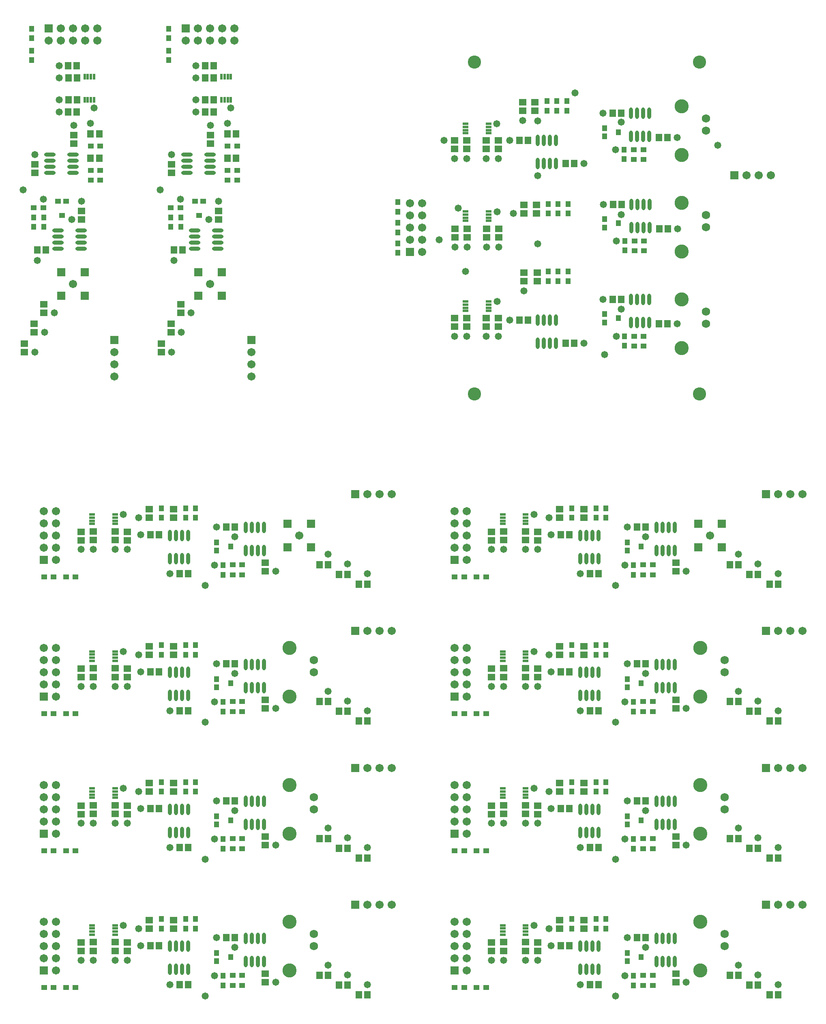
<source format=gts>
%FSLAX25Y25*%
%MOIN*%
G70*
G01*
G75*
G04 Layer_Color=8388736*
%ADD10R,0.03543X0.04331*%
%ADD11R,0.04331X0.03543*%
%ADD12R,0.03543X0.03937*%
%ADD13R,0.04724X0.05512*%
%ADD14R,0.04016X0.01614*%
%ADD15R,0.05512X0.04724*%
%ADD16R,0.05512X0.04921*%
%ADD17R,0.04921X0.05512*%
%ADD18O,0.02362X0.08661*%
%ADD19C,0.01000*%
%ADD20O,0.08661X0.02362*%
%ADD21R,0.05512X0.04921*%
%ADD22R,0.05512X0.04724*%
%ADD23R,0.01614X0.04016*%
%ADD24R,0.03937X0.03543*%
%ADD25R,0.04331X0.03543*%
%ADD26C,0.05906*%
%ADD27R,0.05906X0.05906*%
%ADD28R,0.05906X0.05906*%
%ADD29C,0.06000*%
%ADD30C,0.05000*%
%ADD31C,0.10787*%
%ADD32R,0.05906X0.05906*%
%ADD33C,0.10000*%
%ADD34R,0.04724X0.04724*%
%ADD35R,0.04724X0.04724*%
%ADD36C,0.00787*%
%ADD37C,0.00984*%
%ADD38C,0.02362*%
%ADD39C,0.00800*%
%ADD40C,0.01500*%
%ADD41C,0.02000*%
%ADD42R,0.04343X0.05131*%
%ADD43R,0.05131X0.04343*%
%ADD44R,0.04343X0.04737*%
%ADD45R,0.05524X0.06312*%
%ADD46R,0.04816X0.02414*%
%ADD47R,0.06312X0.05524*%
%ADD48R,0.06312X0.05721*%
%ADD49R,0.05721X0.06312*%
%ADD50O,0.03162X0.09461*%
%ADD51O,0.09461X0.03162*%
%ADD52R,0.06312X0.05721*%
%ADD53R,0.06312X0.05524*%
%ADD54R,0.02414X0.04816*%
%ADD55R,0.04737X0.04343*%
%ADD56R,0.05131X0.04343*%
%ADD57C,0.06706*%
%ADD58R,0.06706X0.06706*%
%ADD59R,0.06706X0.06706*%
%ADD60C,0.06800*%
%ADD61C,0.05800*%
%ADD62C,0.11587*%
%ADD63R,0.06706X0.06706*%
%ADD64C,0.10800*%
D42*
X150500Y64500D02*
D03*
Y72374D02*
D03*
X142500Y64500D02*
D03*
Y72374D02*
D03*
X179500Y41000D02*
D03*
X122500Y72374D02*
D03*
Y64500D02*
D03*
X173126Y25606D02*
D03*
Y17732D02*
D03*
X16000Y778000D02*
D03*
Y785874D02*
D03*
Y796000D02*
D03*
Y803874D02*
D03*
X26000Y641000D02*
D03*
Y648874D02*
D03*
X17606Y641000D02*
D03*
Y648874D02*
D03*
X128500Y778000D02*
D03*
Y785874D02*
D03*
Y796000D02*
D03*
Y803874D02*
D03*
X138500Y641000D02*
D03*
Y648874D02*
D03*
X130106Y641000D02*
D03*
Y648874D02*
D03*
X173126Y355232D02*
D03*
Y363106D02*
D03*
X122500Y402000D02*
D03*
Y409874D02*
D03*
X179500Y378500D02*
D03*
X142500Y409874D02*
D03*
Y402000D02*
D03*
X150500Y409874D02*
D03*
Y402000D02*
D03*
X510626Y355232D02*
D03*
Y363106D02*
D03*
X460000Y402000D02*
D03*
Y409874D02*
D03*
X517000Y378500D02*
D03*
X480000Y409874D02*
D03*
Y402000D02*
D03*
X488000Y409874D02*
D03*
Y402000D02*
D03*
Y64500D02*
D03*
Y72374D02*
D03*
X480000Y64500D02*
D03*
Y72374D02*
D03*
X517000Y41000D02*
D03*
X460000Y72374D02*
D03*
Y64500D02*
D03*
X510626Y25606D02*
D03*
Y17732D02*
D03*
X488000Y177000D02*
D03*
Y184874D02*
D03*
X480000Y177000D02*
D03*
Y184874D02*
D03*
X517000Y153500D02*
D03*
X460000Y184874D02*
D03*
Y177000D02*
D03*
X510626Y138106D02*
D03*
Y130232D02*
D03*
X488000Y289500D02*
D03*
Y297374D02*
D03*
X480000Y289500D02*
D03*
Y297374D02*
D03*
X517000Y266000D02*
D03*
X460000Y297374D02*
D03*
Y289500D02*
D03*
X510626Y250606D02*
D03*
Y242732D02*
D03*
X150500Y177000D02*
D03*
Y184874D02*
D03*
X142500Y177000D02*
D03*
Y184874D02*
D03*
X179500Y153500D02*
D03*
X122500Y184874D02*
D03*
Y177000D02*
D03*
X173126Y138106D02*
D03*
Y130232D02*
D03*
X150500Y289500D02*
D03*
Y297374D02*
D03*
X142500Y289500D02*
D03*
Y297374D02*
D03*
X179500Y266000D02*
D03*
X122500Y297374D02*
D03*
Y289500D02*
D03*
X173126Y250606D02*
D03*
Y242732D02*
D03*
X317000Y619626D02*
D03*
Y627500D02*
D03*
Y661374D02*
D03*
Y653500D02*
D03*
Y636563D02*
D03*
Y644437D02*
D03*
X503000Y696626D02*
D03*
Y704500D02*
D03*
X503500Y621626D02*
D03*
Y629500D02*
D03*
X503200Y543326D02*
D03*
Y551200D02*
D03*
X439500Y736549D02*
D03*
Y744423D02*
D03*
X440500Y652000D02*
D03*
Y659874D02*
D03*
Y596549D02*
D03*
Y604423D02*
D03*
X447750Y744423D02*
D03*
Y736549D02*
D03*
X456000Y744423D02*
D03*
Y736549D02*
D03*
X448750Y659874D02*
D03*
Y652000D02*
D03*
X457000Y659874D02*
D03*
Y652000D02*
D03*
X448750Y604423D02*
D03*
Y596549D02*
D03*
X457000Y604423D02*
D03*
Y596549D02*
D03*
X498300Y718800D02*
D03*
Y643900D02*
D03*
Y565900D02*
D03*
D43*
X181126Y17606D02*
D03*
X189000D02*
D03*
X181126Y26000D02*
D03*
X189000D02*
D03*
X26126Y16000D02*
D03*
X34000D02*
D03*
X44126D02*
D03*
X52000D02*
D03*
X17732Y656874D02*
D03*
X25606D02*
D03*
X64500Y707500D02*
D03*
X72374D02*
D03*
X41000Y650500D02*
D03*
X130232Y656874D02*
D03*
X138106D02*
D03*
X177000Y707500D02*
D03*
X184874D02*
D03*
X153500Y650500D02*
D03*
X52000Y353500D02*
D03*
X44126D02*
D03*
X34000D02*
D03*
X26126D02*
D03*
X189000Y363500D02*
D03*
X181126D02*
D03*
X189000Y355106D02*
D03*
X181126D02*
D03*
X389500Y353500D02*
D03*
X381626D02*
D03*
X371500D02*
D03*
X363626D02*
D03*
X526500Y363500D02*
D03*
X518626D02*
D03*
X526500Y355106D02*
D03*
X518626D02*
D03*
Y17606D02*
D03*
X526500D02*
D03*
X518626Y26000D02*
D03*
X526500D02*
D03*
X363626Y16000D02*
D03*
X371500D02*
D03*
X381626D02*
D03*
X389500D02*
D03*
X518626Y130106D02*
D03*
X526500D02*
D03*
X518626Y138500D02*
D03*
X526500D02*
D03*
X363626Y128500D02*
D03*
X371500D02*
D03*
X381626D02*
D03*
X389500D02*
D03*
X518626Y242606D02*
D03*
X526500D02*
D03*
X518626Y251000D02*
D03*
X526500D02*
D03*
X363626Y241000D02*
D03*
X371500D02*
D03*
X381626D02*
D03*
X389500D02*
D03*
X181126Y130106D02*
D03*
X189000D02*
D03*
X181126Y138500D02*
D03*
X189000D02*
D03*
X26126Y128500D02*
D03*
X34000D02*
D03*
X44126D02*
D03*
X52000D02*
D03*
X181126Y242606D02*
D03*
X189000D02*
D03*
X181126Y251000D02*
D03*
X189000D02*
D03*
X26126Y241000D02*
D03*
X34000D02*
D03*
X44126D02*
D03*
X52000D02*
D03*
X518874Y704500D02*
D03*
X511000D02*
D03*
X518874Y696500D02*
D03*
X511000D02*
D03*
X519374Y629500D02*
D03*
X511500D02*
D03*
X519374Y621500D02*
D03*
X511500D02*
D03*
X519074Y551200D02*
D03*
X511200D02*
D03*
X519074Y543200D02*
D03*
X511200D02*
D03*
D44*
X168083Y44346D02*
D03*
Y37653D02*
D03*
Y375153D02*
D03*
Y381846D02*
D03*
X505583Y375153D02*
D03*
Y381846D02*
D03*
Y44346D02*
D03*
Y37653D02*
D03*
Y156846D02*
D03*
Y150154D02*
D03*
Y269346D02*
D03*
Y262653D02*
D03*
X168083Y156846D02*
D03*
Y150154D02*
D03*
Y269346D02*
D03*
Y262653D02*
D03*
X486883Y715453D02*
D03*
Y722147D02*
D03*
Y640554D02*
D03*
Y647247D02*
D03*
Y562554D02*
D03*
Y569246D02*
D03*
D45*
X144543Y18500D02*
D03*
X137457D02*
D03*
X120543Y50500D02*
D03*
X113457D02*
D03*
X183043Y57000D02*
D03*
X175957D02*
D03*
X71495Y717500D02*
D03*
X64408D02*
D03*
X53240Y763500D02*
D03*
X46154D02*
D03*
X53240Y745500D02*
D03*
X46154D02*
D03*
X20457Y622000D02*
D03*
X27543D02*
D03*
X71495Y697500D02*
D03*
X64408D02*
D03*
X183994Y717500D02*
D03*
X176908D02*
D03*
X165740Y763500D02*
D03*
X158653D02*
D03*
X165740Y745500D02*
D03*
X158653D02*
D03*
X132957Y622000D02*
D03*
X140043D02*
D03*
X183994Y697500D02*
D03*
X176908D02*
D03*
X175957Y394500D02*
D03*
X183043D02*
D03*
X113457Y388000D02*
D03*
X120543D02*
D03*
X137457Y356000D02*
D03*
X144543D02*
D03*
X513457Y394500D02*
D03*
X520543D02*
D03*
X450957Y388000D02*
D03*
X458043D02*
D03*
X474957Y356000D02*
D03*
X482043D02*
D03*
Y18500D02*
D03*
X474957D02*
D03*
X458043Y50500D02*
D03*
X450957D02*
D03*
X520543Y57000D02*
D03*
X513457D02*
D03*
X482043Y131000D02*
D03*
X474957D02*
D03*
X458043Y163000D02*
D03*
X450957D02*
D03*
X520543Y169500D02*
D03*
X513457D02*
D03*
X482043Y243500D02*
D03*
X474957D02*
D03*
X458043Y275500D02*
D03*
X450957D02*
D03*
X520543Y282000D02*
D03*
X513457D02*
D03*
X144543Y131000D02*
D03*
X137457D02*
D03*
X120543Y163000D02*
D03*
X113457D02*
D03*
X183043Y169500D02*
D03*
X175957D02*
D03*
X144543Y243500D02*
D03*
X137457D02*
D03*
X120543Y275500D02*
D03*
X113457D02*
D03*
X183043Y282000D02*
D03*
X175957D02*
D03*
X500543Y734500D02*
D03*
X493457D02*
D03*
X531457Y714500D02*
D03*
X538543D02*
D03*
X501043Y659500D02*
D03*
X493957D02*
D03*
X531957Y639500D02*
D03*
X539043D02*
D03*
X500543Y581400D02*
D03*
X493457D02*
D03*
X531457Y561500D02*
D03*
X538543D02*
D03*
X424043Y711900D02*
D03*
X416957D02*
D03*
X454957Y693100D02*
D03*
X462043D02*
D03*
X424043Y564400D02*
D03*
X416957D02*
D03*
X454957Y545400D02*
D03*
X462043D02*
D03*
D46*
X84500Y59500D02*
D03*
Y62059D02*
D03*
Y64618D02*
D03*
Y67177D02*
D03*
X65602Y59500D02*
D03*
Y62059D02*
D03*
Y64618D02*
D03*
Y67177D02*
D03*
Y404677D02*
D03*
Y402118D02*
D03*
Y399559D02*
D03*
Y397000D02*
D03*
X84500Y404677D02*
D03*
Y402118D02*
D03*
Y399559D02*
D03*
Y397000D02*
D03*
X403102Y404677D02*
D03*
Y402118D02*
D03*
Y399559D02*
D03*
Y397000D02*
D03*
X422000Y404677D02*
D03*
Y402118D02*
D03*
Y399559D02*
D03*
Y397000D02*
D03*
Y59500D02*
D03*
Y62059D02*
D03*
Y64618D02*
D03*
Y67177D02*
D03*
X403102Y59500D02*
D03*
Y62059D02*
D03*
Y64618D02*
D03*
Y67177D02*
D03*
X422000Y172000D02*
D03*
Y174559D02*
D03*
Y177118D02*
D03*
Y179677D02*
D03*
X403102Y172000D02*
D03*
Y174559D02*
D03*
Y177118D02*
D03*
Y179677D02*
D03*
X422000Y284500D02*
D03*
Y287059D02*
D03*
Y289618D02*
D03*
Y292177D02*
D03*
X403102Y284500D02*
D03*
Y287059D02*
D03*
Y289618D02*
D03*
Y292177D02*
D03*
X84500Y172000D02*
D03*
Y174559D02*
D03*
Y177118D02*
D03*
Y179677D02*
D03*
X65602Y172000D02*
D03*
Y174559D02*
D03*
Y177118D02*
D03*
Y179677D02*
D03*
X84500Y284500D02*
D03*
Y287059D02*
D03*
Y289618D02*
D03*
Y292177D02*
D03*
X65602Y284500D02*
D03*
Y287059D02*
D03*
Y289618D02*
D03*
Y292177D02*
D03*
X391500Y718000D02*
D03*
Y720559D02*
D03*
Y723118D02*
D03*
Y725677D02*
D03*
X372602Y718000D02*
D03*
Y720559D02*
D03*
Y723118D02*
D03*
Y725677D02*
D03*
X391500Y646000D02*
D03*
Y648559D02*
D03*
Y651118D02*
D03*
Y653677D02*
D03*
X372602Y646000D02*
D03*
Y648559D02*
D03*
Y651118D02*
D03*
Y653677D02*
D03*
X391500Y572000D02*
D03*
Y574559D02*
D03*
Y577118D02*
D03*
Y579677D02*
D03*
X372602Y572000D02*
D03*
Y574559D02*
D03*
Y577118D02*
D03*
Y579677D02*
D03*
D47*
X132500Y64408D02*
D03*
Y71495D02*
D03*
X208000Y27543D02*
D03*
Y20457D02*
D03*
X84500Y46154D02*
D03*
Y53240D02*
D03*
X66500Y46154D02*
D03*
Y53240D02*
D03*
X112500Y64408D02*
D03*
Y71495D02*
D03*
Y408994D02*
D03*
Y401908D02*
D03*
X66500Y390740D02*
D03*
Y383653D02*
D03*
X84500Y390740D02*
D03*
Y383653D02*
D03*
X208000Y357957D02*
D03*
Y365043D02*
D03*
X132500Y408994D02*
D03*
Y401908D02*
D03*
X450000Y408994D02*
D03*
Y401908D02*
D03*
X404000Y390740D02*
D03*
Y383653D02*
D03*
X422000Y390740D02*
D03*
Y383653D02*
D03*
X545500Y357957D02*
D03*
Y365043D02*
D03*
X470000Y408994D02*
D03*
Y401908D02*
D03*
Y64408D02*
D03*
Y71495D02*
D03*
X545500Y27543D02*
D03*
Y20457D02*
D03*
X422000Y46154D02*
D03*
Y53240D02*
D03*
X404000Y46154D02*
D03*
Y53240D02*
D03*
X450000Y64408D02*
D03*
Y71495D02*
D03*
X470000Y176908D02*
D03*
Y183994D02*
D03*
X545500Y140043D02*
D03*
Y132957D02*
D03*
X422000Y158653D02*
D03*
Y165740D02*
D03*
X404000Y158653D02*
D03*
Y165740D02*
D03*
X450000Y176908D02*
D03*
Y183994D02*
D03*
X470000Y289408D02*
D03*
Y296495D02*
D03*
X545500Y252543D02*
D03*
Y245457D02*
D03*
X422000Y271153D02*
D03*
Y278240D02*
D03*
X404000Y271153D02*
D03*
Y278240D02*
D03*
X450000Y289408D02*
D03*
Y296495D02*
D03*
X132500Y176908D02*
D03*
Y183994D02*
D03*
X208000Y140043D02*
D03*
Y132957D02*
D03*
X84500Y158653D02*
D03*
Y165740D02*
D03*
X66500Y158653D02*
D03*
Y165740D02*
D03*
X112500Y176908D02*
D03*
Y183994D02*
D03*
X132500Y289408D02*
D03*
Y296495D02*
D03*
X208000Y252543D02*
D03*
Y245457D02*
D03*
X84500Y271153D02*
D03*
Y278240D02*
D03*
X66500Y271153D02*
D03*
Y278240D02*
D03*
X112500Y289408D02*
D03*
Y296495D02*
D03*
X389500Y704957D02*
D03*
Y712043D02*
D03*
X373500Y704957D02*
D03*
Y712043D02*
D03*
X390000Y632457D02*
D03*
Y639543D02*
D03*
X374000Y632457D02*
D03*
Y639543D02*
D03*
X389500Y558957D02*
D03*
Y566043D02*
D03*
X429500Y736457D02*
D03*
Y743543D02*
D03*
X373500Y558957D02*
D03*
Y566043D02*
D03*
X431000Y651908D02*
D03*
Y658994D02*
D03*
X431500Y596457D02*
D03*
Y603543D02*
D03*
X419500Y736457D02*
D03*
Y743543D02*
D03*
X420500Y651908D02*
D03*
Y658994D02*
D03*
Y596457D02*
D03*
Y603543D02*
D03*
D48*
X94500Y52945D02*
D03*
Y46055D02*
D03*
X56500Y52945D02*
D03*
Y46055D02*
D03*
Y383555D02*
D03*
Y390445D02*
D03*
X94500Y383555D02*
D03*
Y390445D02*
D03*
X394000Y383555D02*
D03*
Y390445D02*
D03*
X432000Y383555D02*
D03*
Y390445D02*
D03*
Y52945D02*
D03*
Y46055D02*
D03*
X394000Y52945D02*
D03*
Y46055D02*
D03*
X432000Y165445D02*
D03*
Y158555D02*
D03*
X394000Y165445D02*
D03*
Y158555D02*
D03*
X432000Y277945D02*
D03*
Y271055D02*
D03*
X394000Y277945D02*
D03*
Y271055D02*
D03*
X94500Y165445D02*
D03*
Y158555D02*
D03*
X56500Y165445D02*
D03*
Y158555D02*
D03*
X94500Y277945D02*
D03*
Y271055D02*
D03*
X56500Y277945D02*
D03*
Y271055D02*
D03*
X399500Y711945D02*
D03*
Y705055D02*
D03*
X363500Y711945D02*
D03*
Y705055D02*
D03*
X400000Y639445D02*
D03*
Y632555D02*
D03*
X364000Y639445D02*
D03*
Y632555D02*
D03*
X399500Y565945D02*
D03*
Y559055D02*
D03*
X363500Y565945D02*
D03*
Y559055D02*
D03*
D49*
X252555Y26000D02*
D03*
X259445D02*
D03*
X268555Y18000D02*
D03*
X275445D02*
D03*
X285055Y10000D02*
D03*
X291945D02*
D03*
X46055Y773500D02*
D03*
X52945D02*
D03*
X46055Y735500D02*
D03*
X52945D02*
D03*
X158555Y773500D02*
D03*
X165445D02*
D03*
X158555Y735500D02*
D03*
X165445D02*
D03*
X291945Y347500D02*
D03*
X285055D02*
D03*
X275445Y355500D02*
D03*
X268555D02*
D03*
X259445Y363500D02*
D03*
X252555D02*
D03*
X629445Y347500D02*
D03*
X622555D02*
D03*
X612945Y355500D02*
D03*
X606055D02*
D03*
X596945Y363500D02*
D03*
X590055D02*
D03*
Y26000D02*
D03*
X596945D02*
D03*
X606055Y18000D02*
D03*
X612945D02*
D03*
X622555Y10000D02*
D03*
X629445D02*
D03*
X590055Y138500D02*
D03*
X596945D02*
D03*
X606055Y130500D02*
D03*
X612945D02*
D03*
X622555Y122500D02*
D03*
X629445D02*
D03*
X590055Y251000D02*
D03*
X596945D02*
D03*
X606055Y243000D02*
D03*
X612945D02*
D03*
X622555Y235000D02*
D03*
X629445D02*
D03*
X252555Y138500D02*
D03*
X259445D02*
D03*
X268555Y130500D02*
D03*
X275445D02*
D03*
X285055Y122500D02*
D03*
X291945D02*
D03*
X252555Y251000D02*
D03*
X259445D02*
D03*
X268555Y243000D02*
D03*
X275445D02*
D03*
X285055Y235000D02*
D03*
X291945D02*
D03*
D50*
X207000Y56449D02*
D03*
X202000D02*
D03*
X197000D02*
D03*
X192000D02*
D03*
X207000Y37551D02*
D03*
X202000D02*
D03*
X197000D02*
D03*
X192000D02*
D03*
X144500Y49949D02*
D03*
X139500D02*
D03*
X134500D02*
D03*
X129500D02*
D03*
X144500Y31051D02*
D03*
X139500D02*
D03*
X134500D02*
D03*
X129500D02*
D03*
Y368551D02*
D03*
X134500D02*
D03*
X139500D02*
D03*
X144500D02*
D03*
X129500Y387449D02*
D03*
X134500D02*
D03*
X139500D02*
D03*
X144500D02*
D03*
X192000Y375051D02*
D03*
X197000D02*
D03*
X202000D02*
D03*
X207000D02*
D03*
X192000Y393949D02*
D03*
X197000D02*
D03*
X202000D02*
D03*
X207000D02*
D03*
X467000Y368551D02*
D03*
X472000D02*
D03*
X477000D02*
D03*
X482000D02*
D03*
X467000Y387449D02*
D03*
X472000D02*
D03*
X477000D02*
D03*
X482000D02*
D03*
X529500Y375051D02*
D03*
X534500D02*
D03*
X539500D02*
D03*
X544500D02*
D03*
X529500Y393949D02*
D03*
X534500D02*
D03*
X539500D02*
D03*
X544500D02*
D03*
Y56449D02*
D03*
X539500D02*
D03*
X534500D02*
D03*
X529500D02*
D03*
X544500Y37551D02*
D03*
X539500D02*
D03*
X534500D02*
D03*
X529500D02*
D03*
X482000Y49949D02*
D03*
X477000D02*
D03*
X472000D02*
D03*
X467000D02*
D03*
X482000Y31051D02*
D03*
X477000D02*
D03*
X472000D02*
D03*
X467000D02*
D03*
X544500Y168949D02*
D03*
X539500D02*
D03*
X534500D02*
D03*
X529500D02*
D03*
X544500Y150051D02*
D03*
X539500D02*
D03*
X534500D02*
D03*
X529500D02*
D03*
X482000Y162449D02*
D03*
X477000D02*
D03*
X472000D02*
D03*
X467000D02*
D03*
X482000Y143551D02*
D03*
X477000D02*
D03*
X472000D02*
D03*
X467000D02*
D03*
X544500Y281449D02*
D03*
X539500D02*
D03*
X534500D02*
D03*
X529500D02*
D03*
X544500Y262551D02*
D03*
X539500D02*
D03*
X534500D02*
D03*
X529500D02*
D03*
X482000Y274949D02*
D03*
X477000D02*
D03*
X472000D02*
D03*
X467000D02*
D03*
X482000Y256051D02*
D03*
X477000D02*
D03*
X472000D02*
D03*
X467000D02*
D03*
X207000Y168949D02*
D03*
X202000D02*
D03*
X197000D02*
D03*
X192000D02*
D03*
X207000Y150051D02*
D03*
X202000D02*
D03*
X197000D02*
D03*
X192000D02*
D03*
X144500Y162449D02*
D03*
X139500D02*
D03*
X134500D02*
D03*
X129500D02*
D03*
X144500Y143551D02*
D03*
X139500D02*
D03*
X134500D02*
D03*
X129500D02*
D03*
X207000Y281449D02*
D03*
X202000D02*
D03*
X197000D02*
D03*
X192000D02*
D03*
X207000Y262551D02*
D03*
X202000D02*
D03*
X197000D02*
D03*
X192000D02*
D03*
X144500Y274949D02*
D03*
X139500D02*
D03*
X134500D02*
D03*
X129500D02*
D03*
X144500Y256051D02*
D03*
X139500D02*
D03*
X134500D02*
D03*
X129500D02*
D03*
X523500Y734449D02*
D03*
X518500D02*
D03*
X513500D02*
D03*
X508500D02*
D03*
X523500Y715551D02*
D03*
X518500D02*
D03*
X513500D02*
D03*
X508500D02*
D03*
X524000Y659449D02*
D03*
X519000D02*
D03*
X514000D02*
D03*
X509000D02*
D03*
X524000Y640551D02*
D03*
X519000D02*
D03*
X514000D02*
D03*
X509000D02*
D03*
X523500Y581449D02*
D03*
X518500D02*
D03*
X513500D02*
D03*
X508500D02*
D03*
X523500Y562551D02*
D03*
X518500D02*
D03*
X513500D02*
D03*
X508500D02*
D03*
X447000Y711949D02*
D03*
X442000D02*
D03*
X437000D02*
D03*
X432000D02*
D03*
X447000Y693051D02*
D03*
X442000D02*
D03*
X437000D02*
D03*
X432000D02*
D03*
X447000Y564449D02*
D03*
X442000D02*
D03*
X437000D02*
D03*
X432000D02*
D03*
X447000Y545551D02*
D03*
X442000D02*
D03*
X437000D02*
D03*
X432000D02*
D03*
D51*
X31051Y700500D02*
D03*
Y695500D02*
D03*
Y690500D02*
D03*
Y685500D02*
D03*
X49949Y700500D02*
D03*
Y695500D02*
D03*
Y690500D02*
D03*
Y685500D02*
D03*
X37551Y638000D02*
D03*
Y633000D02*
D03*
Y628000D02*
D03*
Y623000D02*
D03*
X56449Y638000D02*
D03*
Y633000D02*
D03*
Y628000D02*
D03*
Y623000D02*
D03*
X143551Y700500D02*
D03*
Y695500D02*
D03*
Y690500D02*
D03*
Y685500D02*
D03*
X162449Y700500D02*
D03*
Y695500D02*
D03*
Y690500D02*
D03*
Y685500D02*
D03*
X150051Y638000D02*
D03*
Y633000D02*
D03*
Y628000D02*
D03*
Y623000D02*
D03*
X168949Y638000D02*
D03*
Y633000D02*
D03*
Y628000D02*
D03*
Y623000D02*
D03*
D52*
X10000Y538055D02*
D03*
Y544945D02*
D03*
X18000Y554555D02*
D03*
Y561445D02*
D03*
X26000Y570555D02*
D03*
Y577445D02*
D03*
X122500Y538055D02*
D03*
Y544945D02*
D03*
X130500Y554555D02*
D03*
Y561445D02*
D03*
X138500Y570555D02*
D03*
Y577445D02*
D03*
D53*
X57000Y654043D02*
D03*
Y646957D02*
D03*
X50500Y716543D02*
D03*
Y709457D02*
D03*
X18500Y692543D02*
D03*
Y685457D02*
D03*
X169500Y654043D02*
D03*
Y646957D02*
D03*
X163000Y716543D02*
D03*
Y709457D02*
D03*
X131000Y692543D02*
D03*
Y685457D02*
D03*
D54*
X67177Y764398D02*
D03*
X64618D02*
D03*
X62059D02*
D03*
X59500D02*
D03*
X67177Y745500D02*
D03*
X64618D02*
D03*
X62059D02*
D03*
X59500D02*
D03*
X179677Y764398D02*
D03*
X177118D02*
D03*
X174559D02*
D03*
X172000D02*
D03*
X179677Y745500D02*
D03*
X177118D02*
D03*
X174559D02*
D03*
X172000D02*
D03*
D55*
X37653Y661917D02*
D03*
X44346D02*
D03*
X150154D02*
D03*
X156846D02*
D03*
D56*
X72374Y687500D02*
D03*
X64500D02*
D03*
X72374Y679500D02*
D03*
X64500D02*
D03*
X184874Y687500D02*
D03*
X177000D02*
D03*
X184874Y679500D02*
D03*
X177000D02*
D03*
D57*
X312000Y84000D02*
D03*
X302000D02*
D03*
X292000D02*
D03*
X36000Y70000D02*
D03*
X26000D02*
D03*
X36000Y60000D02*
D03*
X26000D02*
D03*
X36000Y50000D02*
D03*
X26000D02*
D03*
X36000Y40000D02*
D03*
X26000D02*
D03*
X36000Y30000D02*
D03*
X30000Y794000D02*
D03*
X40000Y804000D02*
D03*
Y794000D02*
D03*
X50000Y804000D02*
D03*
Y794000D02*
D03*
X60000Y804000D02*
D03*
Y794000D02*
D03*
X70000Y804000D02*
D03*
Y794000D02*
D03*
X84000Y538000D02*
D03*
Y528000D02*
D03*
Y518000D02*
D03*
X50000Y594000D02*
D03*
X142500Y794000D02*
D03*
X152500Y804000D02*
D03*
Y794000D02*
D03*
X162500Y804000D02*
D03*
Y794000D02*
D03*
X172500Y804000D02*
D03*
Y794000D02*
D03*
X182500Y804000D02*
D03*
Y794000D02*
D03*
X196500Y538000D02*
D03*
Y528000D02*
D03*
Y518000D02*
D03*
X162500Y594000D02*
D03*
X36000Y367500D02*
D03*
X26000Y377500D02*
D03*
X36000D02*
D03*
X26000Y387500D02*
D03*
X36000D02*
D03*
X26000Y397500D02*
D03*
X36000D02*
D03*
X26000Y407500D02*
D03*
X36000D02*
D03*
X292000Y421500D02*
D03*
X302000D02*
D03*
X312000D02*
D03*
X236000Y387500D02*
D03*
X373500Y367500D02*
D03*
X363500Y377500D02*
D03*
X373500D02*
D03*
X363500Y387500D02*
D03*
X373500D02*
D03*
X363500Y397500D02*
D03*
X373500D02*
D03*
X363500Y407500D02*
D03*
X373500D02*
D03*
X629500Y421500D02*
D03*
X639500D02*
D03*
X649500D02*
D03*
X573500Y387500D02*
D03*
X649500Y84000D02*
D03*
X639500D02*
D03*
X629500D02*
D03*
X373500Y70000D02*
D03*
X363500D02*
D03*
X373500Y60000D02*
D03*
X363500D02*
D03*
X373500Y50000D02*
D03*
X363500D02*
D03*
X373500Y40000D02*
D03*
X363500D02*
D03*
X373500Y30000D02*
D03*
X649500Y196500D02*
D03*
X639500D02*
D03*
X629500D02*
D03*
X373500Y182500D02*
D03*
X363500D02*
D03*
X373500Y172500D02*
D03*
X363500D02*
D03*
X373500Y162500D02*
D03*
X363500D02*
D03*
X373500Y152500D02*
D03*
X363500D02*
D03*
X373500Y142500D02*
D03*
X649500Y309000D02*
D03*
X639500D02*
D03*
X629500D02*
D03*
X373500Y295000D02*
D03*
X363500D02*
D03*
X373500Y285000D02*
D03*
X363500D02*
D03*
X373500Y275000D02*
D03*
X363500D02*
D03*
X373500Y265000D02*
D03*
X363500D02*
D03*
X373500Y255000D02*
D03*
X312000Y196500D02*
D03*
X302000D02*
D03*
X292000D02*
D03*
X36000Y182500D02*
D03*
X26000D02*
D03*
X36000Y172500D02*
D03*
X26000D02*
D03*
X36000Y162500D02*
D03*
X26000D02*
D03*
X36000Y152500D02*
D03*
X26000D02*
D03*
X36000Y142500D02*
D03*
X312000Y309000D02*
D03*
X302000D02*
D03*
X292000D02*
D03*
X36000Y295000D02*
D03*
X26000D02*
D03*
X36000Y285000D02*
D03*
X26000D02*
D03*
X36000Y275000D02*
D03*
X26000D02*
D03*
X36000Y265000D02*
D03*
X26000D02*
D03*
X36000Y255000D02*
D03*
X623500Y683500D02*
D03*
X613500D02*
D03*
X603500D02*
D03*
X337000Y660500D02*
D03*
X327000D02*
D03*
X337000Y650500D02*
D03*
X327000D02*
D03*
X337000Y640500D02*
D03*
X327000D02*
D03*
X337000Y630500D02*
D03*
X327000D02*
D03*
X337000Y620500D02*
D03*
D58*
X282000Y84000D02*
D03*
Y421500D02*
D03*
X226276Y397224D02*
D03*
Y377776D02*
D03*
X245724D02*
D03*
Y397224D02*
D03*
X619500Y421500D02*
D03*
X563776Y397224D02*
D03*
Y377776D02*
D03*
X583224D02*
D03*
Y397224D02*
D03*
X619500Y84000D02*
D03*
Y196500D02*
D03*
Y309000D02*
D03*
X282000Y196500D02*
D03*
Y309000D02*
D03*
X593500Y683500D02*
D03*
D59*
X26000Y30000D02*
D03*
X84000Y548000D02*
D03*
X59724Y603724D02*
D03*
X40276D02*
D03*
Y584276D02*
D03*
X59724D02*
D03*
X196500Y548000D02*
D03*
X172224Y603724D02*
D03*
X152776D02*
D03*
Y584276D02*
D03*
X172224D02*
D03*
X26000Y367500D02*
D03*
X363500D02*
D03*
Y30000D02*
D03*
Y142500D02*
D03*
Y255000D02*
D03*
X26000Y142500D02*
D03*
Y255000D02*
D03*
X327000Y620500D02*
D03*
D60*
X248000Y60000D02*
D03*
Y50000D02*
D03*
X585500Y60000D02*
D03*
Y50000D02*
D03*
Y172500D02*
D03*
Y162500D02*
D03*
Y285000D02*
D03*
Y275000D02*
D03*
X248000Y172500D02*
D03*
Y162500D02*
D03*
Y285000D02*
D03*
Y275000D02*
D03*
X570200Y720000D02*
D03*
Y730000D02*
D03*
Y640700D02*
D03*
Y650700D02*
D03*
Y561400D02*
D03*
Y571400D02*
D03*
D61*
X56500Y38500D02*
D03*
X66500D02*
D03*
X84500D02*
D03*
X94500D02*
D03*
X91323Y67177D02*
D03*
X129500Y18500D02*
D03*
X105500Y50500D02*
D03*
X103908Y64408D02*
D03*
X168000Y57000D02*
D03*
X166106Y25606D02*
D03*
X216543Y20457D02*
D03*
X275445Y26445D02*
D03*
X259445Y34445D02*
D03*
X291945Y18445D02*
D03*
X183043Y49043D02*
D03*
X158500Y9000D02*
D03*
X9000Y671500D02*
D03*
X18445Y538055D02*
D03*
X34445Y570555D02*
D03*
X26445Y554555D02*
D03*
X20457Y613457D02*
D03*
X25606Y663894D02*
D03*
X57000Y662000D02*
D03*
X64408Y726092D02*
D03*
X50500Y724500D02*
D03*
X18500Y700500D02*
D03*
X67177Y738677D02*
D03*
X38500Y735500D02*
D03*
Y745500D02*
D03*
Y763500D02*
D03*
Y773500D02*
D03*
X49043Y646957D02*
D03*
X121500Y671500D02*
D03*
X130945Y538055D02*
D03*
X146945Y570555D02*
D03*
X138945Y554555D02*
D03*
X132957Y613457D02*
D03*
X138106Y663894D02*
D03*
X169500Y662000D02*
D03*
X176908Y726092D02*
D03*
X163000Y724500D02*
D03*
X131000Y700500D02*
D03*
X179677Y738677D02*
D03*
X151000Y735500D02*
D03*
Y745500D02*
D03*
Y763500D02*
D03*
Y773500D02*
D03*
X161543Y646957D02*
D03*
X158500Y346500D02*
D03*
X291945Y355945D02*
D03*
X259445Y371945D02*
D03*
X275445Y363945D02*
D03*
X216543Y357957D02*
D03*
X166106Y363106D02*
D03*
X168000Y394500D02*
D03*
X103908Y401908D02*
D03*
X105500Y388000D02*
D03*
X129500Y356000D02*
D03*
X91323Y404677D02*
D03*
X94500Y376000D02*
D03*
X84500D02*
D03*
X66500D02*
D03*
X56500D02*
D03*
X183043Y386543D02*
D03*
X496000Y346500D02*
D03*
X629445Y355945D02*
D03*
X596945Y371945D02*
D03*
X612945Y363945D02*
D03*
X554043Y357957D02*
D03*
X503606Y363106D02*
D03*
X505500Y394500D02*
D03*
X441408Y401908D02*
D03*
X443000Y388000D02*
D03*
X467000Y356000D02*
D03*
X428823Y404677D02*
D03*
X432000Y376000D02*
D03*
X422000D02*
D03*
X404000D02*
D03*
X394000D02*
D03*
X520543Y386543D02*
D03*
X394000Y38500D02*
D03*
X404000D02*
D03*
X422000D02*
D03*
X432000D02*
D03*
X428823Y67177D02*
D03*
X467000Y18500D02*
D03*
X443000Y50500D02*
D03*
X441408Y64408D02*
D03*
X505500Y57000D02*
D03*
X503606Y25606D02*
D03*
X554043Y20457D02*
D03*
X612945Y26445D02*
D03*
X596945Y34445D02*
D03*
X629445Y18445D02*
D03*
X520543Y49043D02*
D03*
X496000Y9000D02*
D03*
X394000Y151000D02*
D03*
X404000D02*
D03*
X422000D02*
D03*
X432000D02*
D03*
X428823Y179677D02*
D03*
X467000Y131000D02*
D03*
X443000Y163000D02*
D03*
X441408Y176908D02*
D03*
X505500Y169500D02*
D03*
X503606Y138106D02*
D03*
X554043Y132957D02*
D03*
X612945Y138945D02*
D03*
X596945Y146945D02*
D03*
X629445Y130945D02*
D03*
X520543Y161543D02*
D03*
X496000Y121500D02*
D03*
X394000Y263500D02*
D03*
X404000D02*
D03*
X422000D02*
D03*
X432000D02*
D03*
X428823Y292177D02*
D03*
X467000Y243500D02*
D03*
X443000Y275500D02*
D03*
X441408Y289408D02*
D03*
X505500Y282000D02*
D03*
X503606Y250606D02*
D03*
X554043Y245457D02*
D03*
X612945Y251445D02*
D03*
X596945Y259445D02*
D03*
X629445Y243445D02*
D03*
X520543Y274043D02*
D03*
X496000Y234000D02*
D03*
X56500Y151000D02*
D03*
X66500D02*
D03*
X84500D02*
D03*
X94500D02*
D03*
X91323Y179677D02*
D03*
X129500Y131000D02*
D03*
X105500Y163000D02*
D03*
X103908Y176908D02*
D03*
X168000Y169500D02*
D03*
X166106Y138106D02*
D03*
X216543Y132957D02*
D03*
X275445Y138945D02*
D03*
X259445Y146945D02*
D03*
X291945Y130945D02*
D03*
X183043Y161543D02*
D03*
X158500Y121500D02*
D03*
X56500Y263500D02*
D03*
X66500D02*
D03*
X84500D02*
D03*
X94500D02*
D03*
X91323Y292177D02*
D03*
X129500Y243500D02*
D03*
X105500Y275500D02*
D03*
X103908Y289408D02*
D03*
X168000Y282000D02*
D03*
X166106Y250606D02*
D03*
X216543Y245457D02*
D03*
X275445Y251445D02*
D03*
X259445Y259445D02*
D03*
X291945Y243445D02*
D03*
X183043Y274043D02*
D03*
X158500Y234000D02*
D03*
X350953Y630547D02*
D03*
X546500Y714500D02*
D03*
X485500Y734500D02*
D03*
X547000Y639500D02*
D03*
X486000Y659500D02*
D03*
X546500Y561500D02*
D03*
X485600Y581400D02*
D03*
X408900Y564400D02*
D03*
Y711900D02*
D03*
X469900Y693100D02*
D03*
X398323Y725677D02*
D03*
X399500Y697000D02*
D03*
X389500D02*
D03*
X373500D02*
D03*
X363500D02*
D03*
X400000Y624500D02*
D03*
X390000D02*
D03*
X374000D02*
D03*
X364000D02*
D03*
X398500Y653500D02*
D03*
X399500Y551000D02*
D03*
X389500D02*
D03*
X373500D02*
D03*
X363500D02*
D03*
X398677Y579677D02*
D03*
X496000Y704500D02*
D03*
X496500Y629500D02*
D03*
X496700Y551200D02*
D03*
X420500Y588500D02*
D03*
X411908Y651908D02*
D03*
X432000Y683000D02*
D03*
Y627000D02*
D03*
X469900Y545400D02*
D03*
X419500Y728500D02*
D03*
X432000Y728000D02*
D03*
X462500Y751000D02*
D03*
X372500Y604500D02*
D03*
X355000Y712000D02*
D03*
X500543Y726957D02*
D03*
Y573457D02*
D03*
X487000Y536000D02*
D03*
X580000Y708000D02*
D03*
X500500Y651000D02*
D03*
X366500Y656500D02*
D03*
D62*
X228000Y70000D02*
D03*
Y30000D02*
D03*
X565500Y70000D02*
D03*
Y30000D02*
D03*
Y182500D02*
D03*
Y142500D02*
D03*
Y295000D02*
D03*
Y255000D02*
D03*
X228000Y182500D02*
D03*
Y142500D02*
D03*
Y295000D02*
D03*
Y255000D02*
D03*
X550200Y700000D02*
D03*
Y740000D02*
D03*
Y620700D02*
D03*
Y660700D02*
D03*
Y541400D02*
D03*
Y581400D02*
D03*
D63*
X30000Y804000D02*
D03*
X142500D02*
D03*
D64*
X380000Y776250D02*
D03*
X565000D02*
D03*
Y503750D02*
D03*
X380000D02*
D03*
M02*

</source>
